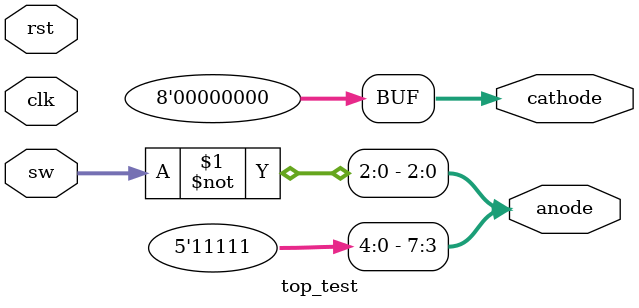
<source format=v>
module top_test (
	input clk, rst,
	input [2:0] sw,
	output [7:0] anode,
	output [7:0] cathode
);
	assign cathode = 8'b00000000;
	assign anode = {5'b11111, ~sw[2:0]};
endmodule
</source>
